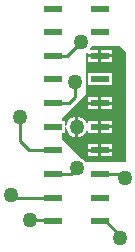
<source format=gbl>
G04*
G04 #@! TF.GenerationSoftware,Altium Limited,Altium Designer,18.1.7 (191)*
G04*
G04 Layer_Physical_Order=2*
G04 Layer_Color=16711680*
%FSLAX43Y43*%
%MOMM*%
G71*
G01*
G75*
%ADD11C,0.254*%
%ADD19C,1.270*%
%ADD20R,1.524X0.508*%
G36*
X35941Y42037D02*
X35941Y32766D01*
X32481Y32766D01*
X32384Y32892D01*
X32198Y33035D01*
X32059Y33092D01*
X30480Y34671D01*
Y35242D01*
X30734D01*
Y35578D01*
X30779Y35686D01*
X30861Y35692D01*
X30862Y35685D01*
X30884Y35518D01*
X30973Y35302D01*
X31116Y35116D01*
X31302Y34973D01*
X31518Y34884D01*
X31623Y34870D01*
Y35750D01*
Y36630D01*
X31518Y36616D01*
X31302Y36527D01*
X31116Y36384D01*
X30973Y36198D01*
X30884Y35982D01*
X30862Y35815D01*
X30861Y35808D01*
X30779Y35814D01*
X30734Y35922D01*
Y36258D01*
X30480D01*
Y36449D01*
X32512Y38481D01*
Y39439D01*
X32520Y39497D01*
X32512Y39555D01*
X32512Y42016D01*
X32578Y42069D01*
X32702Y42014D01*
Y41877D01*
X33591D01*
Y42258D01*
X32899D01*
X32850Y42375D01*
X33020Y42545D01*
X35433D01*
X35941Y42037D01*
D02*
G37*
%LPC*%
G36*
X34734Y42258D02*
X33845D01*
Y41877D01*
X34734D01*
Y42258D01*
D02*
G37*
G36*
Y41623D02*
X33845D01*
Y41242D01*
X34734D01*
Y41623D01*
D02*
G37*
G36*
X33591D02*
X32702D01*
Y41242D01*
X33591D01*
Y41623D01*
D02*
G37*
G36*
X34734Y40258D02*
X32702D01*
Y39242D01*
X34734D01*
Y40258D01*
D02*
G37*
G36*
Y38258D02*
X33845D01*
Y37877D01*
X34734D01*
Y38258D01*
D02*
G37*
G36*
X33591D02*
X32702D01*
Y37877D01*
X33591D01*
Y38258D01*
D02*
G37*
G36*
X34734Y37623D02*
X33845D01*
Y37242D01*
X34734D01*
Y37623D01*
D02*
G37*
G36*
X33591D02*
X32702D01*
Y37242D01*
X33591D01*
Y37623D01*
D02*
G37*
G36*
X34734Y36258D02*
X33845D01*
Y35877D01*
X34734D01*
Y36258D01*
D02*
G37*
G36*
Y35623D02*
X33845D01*
Y35242D01*
X34734D01*
Y35623D01*
D02*
G37*
G36*
X31877Y36630D02*
Y35750D01*
Y34870D01*
X31982Y34884D01*
X32198Y34973D01*
X32384Y35116D01*
X32527Y35302D01*
X32575Y35419D01*
X32702Y35393D01*
Y35242D01*
X33591D01*
Y35750D01*
Y36258D01*
X32702D01*
Y36107D01*
X32575Y36081D01*
X32527Y36198D01*
X32384Y36384D01*
X32198Y36527D01*
X31982Y36616D01*
X31877Y36630D01*
D02*
G37*
G36*
X34734Y34258D02*
X33845D01*
Y33877D01*
X34734D01*
Y34258D01*
D02*
G37*
G36*
X33591D02*
X32702D01*
Y33877D01*
X33591D01*
Y34258D01*
D02*
G37*
G36*
X34734Y33623D02*
X33845D01*
Y33242D01*
X34734D01*
Y33623D01*
D02*
G37*
G36*
X33591D02*
X32702D01*
Y33242D01*
X33591D01*
Y33623D01*
D02*
G37*
%LPD*%
D11*
X35445Y26289D02*
Y26531D01*
X34226Y27750D02*
X35445Y26531D01*
X33718Y27750D02*
X34226D01*
X27718Y33750D02*
X29718D01*
X26924Y34544D02*
X27718Y33750D01*
X26924Y34544D02*
Y36576D01*
X26384Y29750D02*
X29718D01*
X26162Y29972D02*
X26384Y29750D01*
X31623Y38258D02*
Y39497D01*
X31115Y37750D02*
X31623Y38258D01*
X33718Y31750D02*
X35433D01*
X35814Y31369D01*
X31242Y31750D02*
X31750Y32258D01*
X29718Y31750D02*
X31242D01*
X29643Y27825D02*
X29718Y27750D01*
X27813Y27825D02*
X29643D01*
X29718Y37750D02*
X31115D01*
X29718Y41750D02*
X30955D01*
X32131Y42926D01*
D19*
X35445Y26289D02*
D03*
X31750Y35750D02*
D03*
X26924Y36576D02*
D03*
X26162Y29972D02*
D03*
X35814Y31369D02*
D03*
X31750Y32258D02*
D03*
X27813Y27825D02*
D03*
X31623Y39497D02*
D03*
X32131Y42926D02*
D03*
D20*
X33718Y27750D02*
D03*
Y29750D02*
D03*
Y31750D02*
D03*
Y33750D02*
D03*
Y35750D02*
D03*
Y37750D02*
D03*
Y39750D02*
D03*
Y41750D02*
D03*
Y43750D02*
D03*
Y45750D02*
D03*
X29718Y27750D02*
D03*
Y29750D02*
D03*
Y31750D02*
D03*
Y33750D02*
D03*
Y35750D02*
D03*
Y37750D02*
D03*
Y39750D02*
D03*
Y41750D02*
D03*
Y43750D02*
D03*
Y45750D02*
D03*
M02*

</source>
